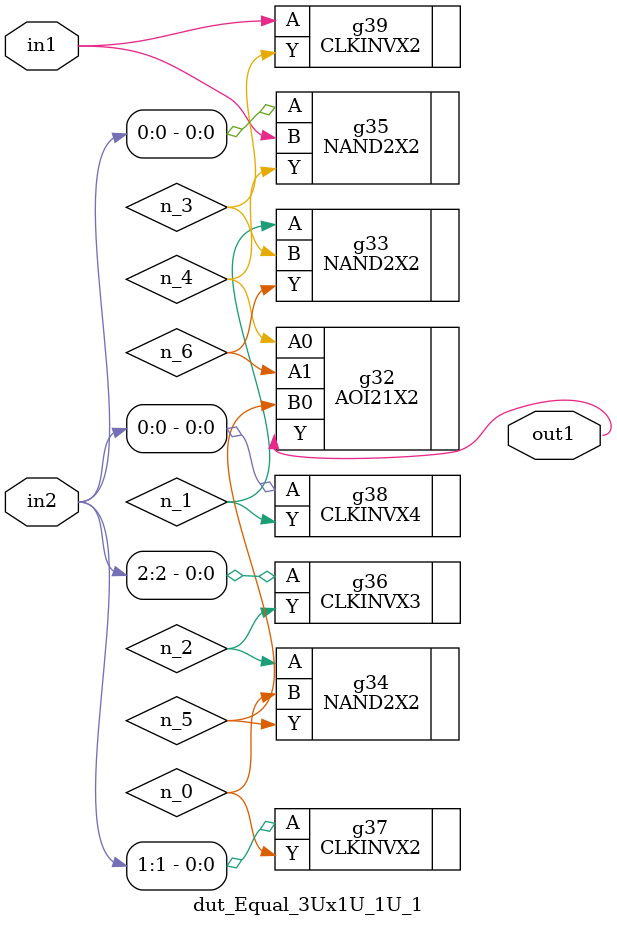
<source format=v>
`timescale 1ps / 1ps


module dut_Equal_3Ux1U_1U_1(in2, in1, out1);
  input [2:0] in2;
  input in1;
  output out1;
  wire [2:0] in2;
  wire in1;
  wire out1;
  wire n_0, n_1, n_2, n_3, n_4, n_5, n_6;
  AOI21X2 g32(.A0 (n_4), .A1 (n_6), .B0 (n_5), .Y (out1));
  NAND2X2 g33(.A (n_1), .B (n_3), .Y (n_6));
  NAND2X2 g34(.A (n_2), .B (n_0), .Y (n_5));
  NAND2X2 g35(.A (in2[0]), .B (in1), .Y (n_4));
  CLKINVX2 g39(.A (in1), .Y (n_3));
  CLKINVX3 g36(.A (in2[2]), .Y (n_2));
  CLKINVX4 g38(.A (in2[0]), .Y (n_1));
  CLKINVX2 g37(.A (in2[1]), .Y (n_0));
endmodule



</source>
